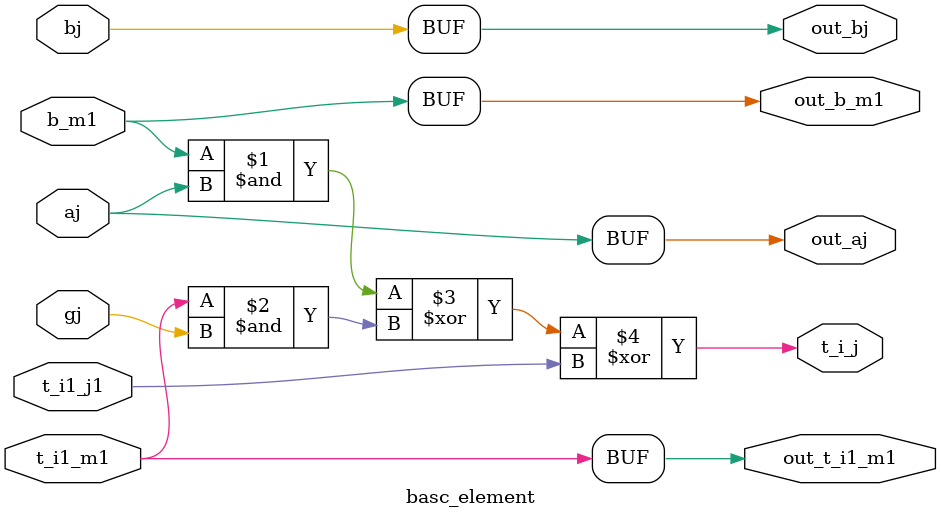
<source format=v>

module basc_element
	(
		input wire aj,
		input wire bj,
		input wire t_i1_j1,
		input wire t_i1_m1,
		input wire b_m1,
		input wire gj,
		output wire out_t_i1_m1,
		output wire out_b_m1,
		output wire out_aj,
		output wire out_bj,
	 	output wire t_i_j
		);
assign out_aj = aj;
assign out_bj = bj;
assign out_t_i1_m1 = t_i1_m1;
assign out_b_m1 = b_m1;

assign t_i_j = (b_m1&aj)^(t_i1_m1&gj)^t_i1_j1;
endmodule // basc_element

</source>
